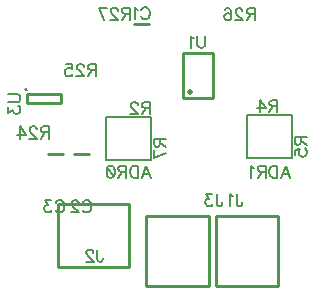
<source format=gbr>
G04 DipTrace 3.2.0.1*
G04 BottomSilk.gbr*
%MOIN*%
G04 #@! TF.FileFunction,Legend,Bot*
G04 #@! TF.Part,Single*
%ADD10C,0.009843*%
%ADD17C,0.005*%
%ADD24C,0.018753*%
%ADD57C,0.005906*%
%ADD58C,0.006176*%
%FSLAX26Y26*%
G04*
G70*
G90*
G75*
G01*
G04 BotSilk*
%LPD*%
X988081Y1266398D2*
D10*
X936940D1*
X788060Y835102D2*
X736919D1*
X700551D2*
X649409D1*
X1209517Y628327D2*
X1418188D1*
Y392101D1*
X1209517D1*
Y628327D1*
X1200031Y1018770D2*
X1100048D1*
Y1168770D1*
X1200031D1*
Y1018770D1*
D24*
X1121910Y1040640D3*
X683743Y458138D2*
D10*
X919970D1*
Y666809D1*
X683743D1*
Y458138D1*
X694665Y1034964D2*
X580488D1*
Y1003464D1*
X694665D1*
Y1034964D1*
X576555Y1048742D2*
G02X576555Y1048742I1967J0D01*
G01*
X978243Y628327D2*
X1186914D1*
Y392101D1*
X978243D1*
Y628327D1*
X1312547Y962510D2*
D17*
X1462563D1*
Y818745D1*
X1312547D1*
Y962510D1*
X843748Y956260D2*
X993764D1*
Y812495D1*
X843748D1*
Y956260D1*
X960591Y1313171D2*
D57*
X962492Y1316974D1*
X966339Y1320820D1*
X970142Y1322722D1*
X977791D1*
X981638Y1320820D1*
X985440Y1316974D1*
X987386Y1313171D1*
X989287Y1307423D1*
Y1297828D1*
X987386Y1292124D1*
X985440Y1288278D1*
X981638Y1284475D1*
X977791Y1282530D1*
X970142D1*
X966339Y1284475D1*
X962492Y1288278D1*
X960591Y1292124D1*
X948780Y1315028D2*
X944933Y1316974D1*
X939185Y1322677D1*
Y1282530D1*
X765719Y669353D2*
X767620Y673156D1*
X771467Y677003D1*
X775269Y678904D1*
X782919D1*
X786765Y677003D1*
X790568Y673156D1*
X792513Y669353D1*
X794415Y663605D1*
Y654011D1*
X792513Y648307D1*
X790568Y644460D1*
X786765Y640657D1*
X782919Y638712D1*
X775269D1*
X771467Y640657D1*
X767620Y644460D1*
X765719Y648307D1*
X751962Y669309D2*
Y671210D1*
X750061Y675057D1*
X748160Y676959D1*
X744313Y678860D1*
X736664D1*
X732861Y676959D1*
X730960Y675057D1*
X729014Y671210D1*
Y667408D1*
X730960Y663561D1*
X734762Y657857D1*
X753908Y638712D1*
X727113D1*
X675410Y669353D2*
X677312Y673156D1*
X681158Y677003D1*
X684961Y678904D1*
X692610D1*
X696457Y677003D1*
X700259Y673156D1*
X702205Y669353D1*
X704106Y663605D1*
Y654011D1*
X702205Y648307D1*
X700259Y644460D1*
X696457Y640657D1*
X692610Y638712D1*
X684961D1*
X681158Y640657D1*
X677312Y644460D1*
X675410Y648307D1*
X659752Y678860D2*
X638750D1*
X650202Y663561D1*
X644454D1*
X640651Y661660D1*
X638750Y659759D1*
X636805Y654011D1*
Y650208D1*
X638750Y644460D1*
X642553Y640613D1*
X648301Y638712D1*
X654049D1*
X659752Y640613D1*
X661654Y642559D1*
X663599Y646361D1*
X1278458Y700199D2*
Y669602D1*
X1280360Y663854D1*
X1282305Y661953D1*
X1286108Y660007D1*
X1289954D1*
X1293757Y661953D1*
X1295658Y663854D1*
X1297604Y669602D1*
Y673405D1*
X1266647Y692506D2*
X1262801Y694451D1*
X1257052Y700155D1*
Y660007D1*
X989062Y987581D2*
X971863D1*
X966114Y989527D1*
X964169Y991428D1*
X962268Y995231D1*
Y999078D1*
X964169Y1002880D1*
X966114Y1004826D1*
X971863Y1006727D1*
X989062D1*
Y966535D1*
X975665Y987581D2*
X962268Y966535D1*
X948511Y997132D2*
Y999033D1*
X946610Y1002880D1*
X944709Y1004781D1*
X940862Y1006683D1*
X933213D1*
X929410Y1004781D1*
X927509Y1002880D1*
X925563Y999033D1*
Y995231D1*
X927509Y991384D1*
X931311Y985680D1*
X950457Y966535D1*
X923662D1*
X652824Y906323D2*
X635624D1*
X629876Y908268D1*
X627930Y910170D1*
X626029Y913972D1*
Y917819D1*
X627930Y921622D1*
X629876Y923567D1*
X635624Y925468D1*
X652824D1*
Y885276D1*
X639426Y906323D2*
X626029Y885276D1*
X612273Y915874D2*
Y917775D1*
X610371Y921622D1*
X608470Y923523D1*
X604623Y925424D1*
X596974D1*
X593171Y923523D1*
X591270Y921622D1*
X589325Y917775D1*
Y913972D1*
X591270Y910125D1*
X595073Y904422D1*
X614218Y885276D1*
X587423D1*
X556467D2*
Y925424D1*
X575612Y898674D1*
X546916D1*
X809968Y1114423D2*
X792768D1*
X787020Y1116368D1*
X785074Y1118269D1*
X783173Y1122072D1*
Y1125919D1*
X785074Y1129721D1*
X787020Y1131667D1*
X792768Y1133568D1*
X809968D1*
Y1093376D1*
X796570Y1114423D2*
X783173Y1093376D1*
X769416Y1123973D2*
Y1125875D1*
X767515Y1129721D1*
X765614Y1131623D1*
X761767Y1133524D1*
X754118D1*
X750315Y1131623D1*
X748414Y1129721D1*
X746469Y1125875D1*
Y1122072D1*
X748414Y1118225D1*
X752217Y1112521D1*
X771362Y1093376D1*
X744567D1*
X709808Y1133524D2*
X728909D1*
X730811Y1116324D1*
X728909Y1118225D1*
X723161Y1120171D1*
X717458D1*
X711710Y1118225D1*
X707863Y1114423D1*
X705962Y1108675D1*
Y1104872D1*
X707863Y1099124D1*
X711710Y1095277D1*
X717458Y1093376D1*
X723161D1*
X728909Y1095277D1*
X730811Y1097223D1*
X732756Y1101025D1*
X1338677Y1300114D2*
X1321477D1*
X1315729Y1302060D1*
X1313784Y1303961D1*
X1311883Y1307764D1*
Y1311610D1*
X1313784Y1315413D1*
X1315729Y1317358D1*
X1321477Y1319260D1*
X1338677D1*
Y1279068D1*
X1325280Y1300114D2*
X1311883Y1279068D1*
X1298126Y1309665D2*
Y1311566D1*
X1296225Y1315413D1*
X1294324Y1317314D1*
X1290477Y1319215D1*
X1282827D1*
X1279025Y1317314D1*
X1277124Y1315413D1*
X1275178Y1311566D1*
Y1307764D1*
X1277124Y1303917D1*
X1280926Y1298213D1*
X1300072Y1279068D1*
X1273277D1*
X1238518Y1313512D2*
X1240419Y1317314D1*
X1246167Y1319215D1*
X1249970D1*
X1255718Y1317314D1*
X1259565Y1311566D1*
X1261466Y1302016D1*
Y1292465D1*
X1259565Y1284816D1*
X1255718Y1280969D1*
X1249970Y1279068D1*
X1248069D1*
X1242365Y1280969D1*
X1238518Y1284816D1*
X1236617Y1290564D1*
Y1292465D1*
X1238518Y1298213D1*
X1242365Y1302016D1*
X1248069Y1303917D1*
X1249970D1*
X1255718Y1302016D1*
X1259565Y1298213D1*
X1261466Y1292465D1*
X922479Y1301942D2*
X905280D1*
X899531Y1303888D1*
X897586Y1305789D1*
X895685Y1309592D1*
Y1313438D1*
X897586Y1317241D1*
X899531Y1319186D1*
X905280Y1321088D1*
X922479D1*
Y1280896D1*
X909082Y1301942D2*
X895685Y1280896D1*
X881928Y1311493D2*
Y1313394D1*
X880027Y1317241D1*
X878126Y1319142D1*
X874279Y1321044D1*
X866630D1*
X862827Y1319142D1*
X860926Y1317241D1*
X858980Y1313394D1*
Y1309592D1*
X860926Y1305745D1*
X864728Y1300041D1*
X883874Y1280896D1*
X857079D1*
X837619D2*
X818473Y1321044D1*
X845268D1*
X1174140Y1227214D2*
Y1198518D1*
X1172238Y1192770D1*
X1168392Y1188967D1*
X1162644Y1187022D1*
X1158841D1*
X1153093Y1188967D1*
X1149246Y1192770D1*
X1147345Y1198518D1*
Y1227214D1*
X1135534Y1219520D2*
X1131687Y1221466D1*
X1125939Y1227169D1*
Y1187022D1*
X1415058Y993832D2*
X1397858D1*
X1392110Y995778D1*
X1390164Y997679D1*
X1388263Y1001481D1*
Y1005328D1*
X1390164Y1009131D1*
X1392110Y1011076D1*
X1397858Y1012977D1*
X1415058D1*
Y972785D1*
X1401660Y993832D2*
X1388263Y972785D1*
X1357307D2*
Y1012933D1*
X1376452Y986183D1*
X1347756D1*
X1492125Y890675D2*
Y873475D1*
X1490179Y867727D1*
X1488278Y865782D1*
X1484475Y863881D1*
X1480629D1*
X1476826Y865782D1*
X1474881Y867727D1*
X1472979Y873475D1*
Y890675D1*
X1513171D1*
X1492125Y877278D2*
X1513171Y863881D1*
X1473023Y829122D2*
Y848223D1*
X1490223Y850124D1*
X1488322Y848223D1*
X1486377Y842475D1*
Y836771D1*
X1488322Y831023D1*
X1492125Y827176D1*
X1497873Y825275D1*
X1501675D1*
X1507423Y827176D1*
X1511270Y831023D1*
X1513171Y836771D1*
Y842475D1*
X1511270Y848223D1*
X1509325Y850124D1*
X1505522Y852070D1*
X1023121Y884425D2*
Y867225D1*
X1021175Y861477D1*
X1019274Y859531D1*
X1015471Y857630D1*
X1011625D1*
X1007822Y859531D1*
X1005877Y861477D1*
X1003975Y867225D1*
Y884425D1*
X1044167D1*
X1023121Y871027D2*
X1044167Y857630D1*
Y838170D2*
X1004019Y819024D1*
X1004020Y845819D1*
X814249Y514689D2*
Y484092D1*
X816150Y478344D1*
X818095Y476442D1*
X821898Y474497D1*
X825745D1*
X829547Y476442D1*
X831448Y478344D1*
X833394Y484092D1*
Y487894D1*
X800492Y505094D2*
Y506995D1*
X798591Y510842D1*
X796689Y512743D1*
X792843Y514645D1*
X785193D1*
X781391Y512743D1*
X779490Y510842D1*
X777544Y506995D1*
Y503193D1*
X779490Y499346D1*
X783292Y493642D1*
X802438Y474497D1*
X775643D1*
X518112Y1033162D2*
X546808D1*
X552556Y1031261D1*
X556358Y1027414D1*
X558304Y1021666D1*
Y1017864D1*
X556358Y1012116D1*
X552556Y1008269D1*
X546808Y1006367D1*
X518112Y1006368D1*
X518156Y990710D2*
Y969707D1*
X533455Y981159D1*
Y975411D1*
X535356Y971609D1*
X537257Y969707D1*
X543005Y967762D1*
X546808D1*
X552556Y969707D1*
X556403Y973510D1*
X558304Y979258D1*
Y985006D1*
X556403Y990710D1*
X554457Y992611D1*
X550655Y994556D1*
X1212050Y700199D2*
Y669602D1*
X1213952Y663854D1*
X1215897Y661953D1*
X1219700Y660007D1*
X1223546D1*
X1227349Y661953D1*
X1229250Y663854D1*
X1231196Y669602D1*
Y673405D1*
X1196393Y700155D2*
X1175390D1*
X1186842Y684856D1*
X1181094D1*
X1177291Y682955D1*
X1175390Y681054D1*
X1173445Y675306D1*
Y671503D1*
X1175390Y665755D1*
X1179193Y661909D1*
X1184941Y660007D1*
X1190689D1*
X1196393Y661909D1*
X1198294Y663854D1*
X1200239Y667657D1*
X1426906Y753954D2*
D58*
X1442249Y794146D1*
X1457548Y753954D1*
X1451800Y767351D2*
X1432654D1*
X1414555Y794146D2*
Y753954D1*
X1401157D1*
X1395409Y755899D1*
X1391563Y759702D1*
X1389661Y763548D1*
X1387760Y769252D1*
Y778847D1*
X1389661Y784595D1*
X1391563Y788398D1*
X1395409Y792244D1*
X1401157Y794146D1*
X1414555D1*
X1375409Y775000D2*
X1358209D1*
X1352461Y776946D1*
X1350515Y778847D1*
X1348614Y782650D1*
Y786496D1*
X1350515Y790299D1*
X1352461Y792244D1*
X1358209Y794146D1*
X1375409D1*
Y753954D1*
X1362011Y775000D2*
X1348614Y753954D1*
X1336263Y786452D2*
X1332416Y788398D1*
X1326668Y794101D1*
Y753954D1*
X962806D2*
X978148Y794146D1*
X993447Y753954D1*
X987699Y767351D2*
X968554D1*
X950454Y794146D2*
Y753954D1*
X937057D1*
X931309Y755899D1*
X927462Y759702D1*
X925561Y763548D1*
X923660Y769252D1*
Y778847D1*
X925561Y784595D1*
X927462Y788398D1*
X931309Y792244D1*
X937057Y794146D1*
X950454D1*
X911308Y775000D2*
X894108D1*
X888360Y776946D1*
X886415Y778847D1*
X884513Y782650D1*
Y786496D1*
X886415Y790299D1*
X888360Y792244D1*
X894108Y794146D1*
X911308D1*
Y753954D1*
X897911Y775000D2*
X884513Y753954D1*
X860666Y794101D2*
X866414Y792200D1*
X870261Y786452D1*
X872162Y776902D1*
Y771154D1*
X870261Y761603D1*
X866414Y755855D1*
X860666Y753954D1*
X856863D1*
X851115Y755855D1*
X847313Y761603D1*
X845367Y771154D1*
Y776902D1*
X847313Y786452D1*
X851115Y792200D1*
X856863Y794101D1*
X860666D1*
X847313Y786452D2*
X870261Y761603D1*
M02*

</source>
